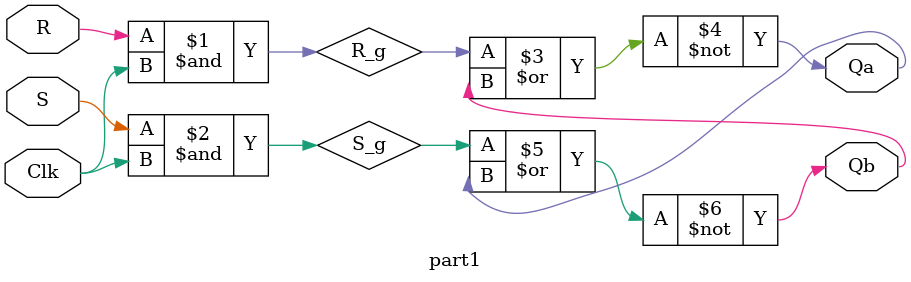
<source format=v>
module part1 (Clk, R, S, Qa, Qb);
    input Clk, R, S;
    output Qa, Qb;
    wire R_g, S_g;

    assign R_g = R & Clk;
    assign S_g = S & Clk;
    assign Qa = ~(R_g | Qb);
    assign Qb = ~(S_g | Qa);
endmodule

</source>
